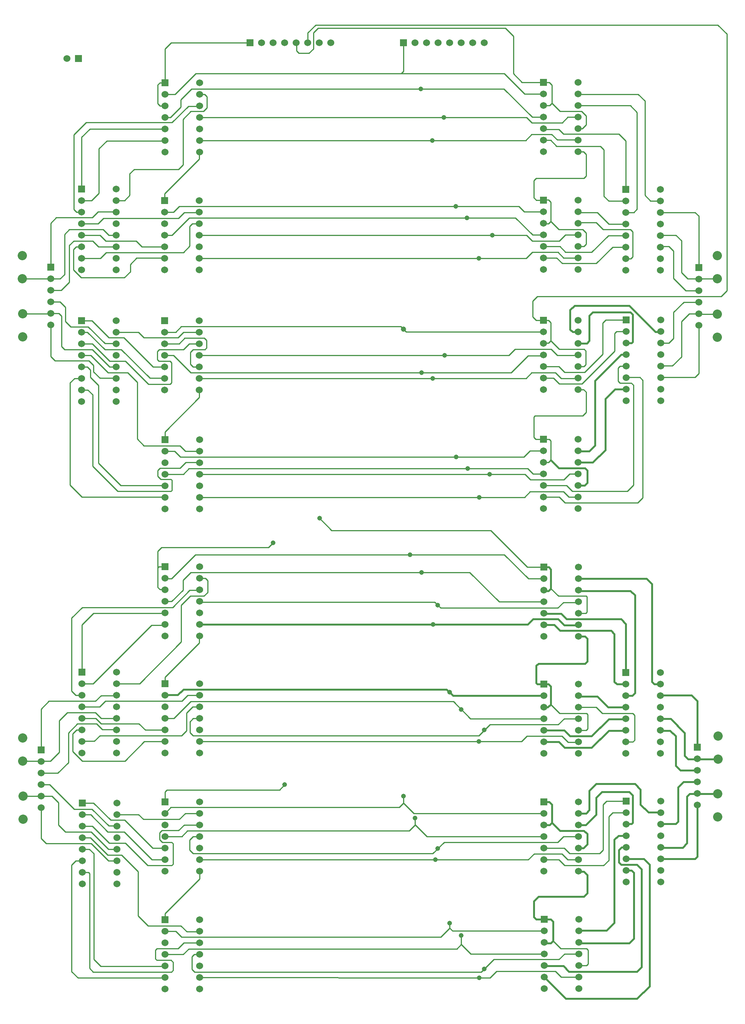
<source format=gbr>
G04 start of page 3 for group 1 idx 1 *
G04 Title: Generador de valores, bottom *
G04 Creator: pcb 20110918 *
G04 CreationDate: mié 22 feb 2012 14:39:15 GMT UTC *
G04 For: jegc *
G04 Format: Gerber/RS-274X *
G04 PCB-Dimensions: 629921 866142 *
G04 PCB-Coordinate-Origin: lower left *
%MOIN*%
%FSLAX25Y25*%
%LNBOTTOM*%
%ADD31C,0.0350*%
%ADD30C,0.0280*%
%ADD29C,0.0200*%
%ADD28C,0.0460*%
%ADD27C,0.0410*%
%ADD26C,0.0800*%
%ADD25C,0.0600*%
%ADD24C,0.0001*%
%ADD23C,0.0150*%
%ADD22C,0.0100*%
G54D22*X70866Y687402D02*X75984Y692520D01*
X61772Y702276D02*X70386D01*
X133835Y702307D02*Y708244D01*
X91528Y692520D02*X75984D01*
X70386Y702276D02*X76772Y708662D01*
Y747048D01*
X91606Y672441D02*X91772Y672276D01*
X91701Y662205D02*X91772Y662276D01*
X109055Y667323D02*X114173Y662205D01*
X133732D02*X114173D01*
X133835Y662307D02*X133732Y662205D01*
X92000Y672048D02*X92126Y671922D01*
X61772Y672276D02*X77724D01*
X82677Y667323D01*
X109055D01*
X85433Y672048D02*X80315Y677166D01*
X92000Y672048D02*X85433D01*
X61772Y682276D02*X75976D01*
X80709Y687008D01*
X133772Y764173D02*X68898D01*
X133858Y764260D02*X133772Y764173D01*
X76772Y747048D02*X83661Y753937D01*
X133535D02*X83661D01*
X133858Y754260D02*X133535Y753937D01*
X149606Y733268D02*Y772638D01*
X65748Y769685D02*X140157D01*
X91772Y692276D02*X91528Y692520D01*
X91772Y702276D02*X98929D01*
X103346Y706693D01*
Y725394D01*
X133780Y652362D02*X109449D01*
X133835Y652307D02*X133780Y652362D01*
X82998Y657237D02*X149867D01*
X155452Y662822D01*
X80709Y687008D02*X145669D01*
X141472Y692307D02*X133835D01*
X146229Y697064D02*X141472Y692307D01*
X103346Y725394D02*X107283Y729331D01*
X145669D01*
X149606Y733268D01*
X145669Y687008D02*X150591Y691929D01*
X139954Y672307D02*X133835D01*
X154922Y687275D02*X139954Y672307D01*
X163457Y691929D02*X150591D01*
X163835Y692307D02*X163457Y691929D01*
X155452Y662822D02*Y679723D01*
X157803Y682074D01*
X163602D02*X157803D01*
X163835Y682307D02*X163602Y682074D01*
X133858Y702331D02*X133835Y702307D01*
Y708244D02*X163780Y738189D01*
Y744181D02*Y738189D01*
X163858Y744260D02*X163780Y744181D01*
X34882Y604331D02*X10827D01*
X34795Y634481D02*X10394D01*
X34913Y634362D02*X34795Y634481D01*
X34913Y624362D02*X44047D01*
X51181Y631496D01*
X34913Y634362D02*X43024D01*
X34913Y604362D02*X42038D01*
X34913Y644362D02*Y682551D01*
X39764Y687402D01*
X46850Y638189D02*Y672835D01*
X61772Y662276D02*X57157D01*
X54724Y659843D01*
Y642126D01*
X61417Y635433D01*
X51181Y631496D02*Y663386D01*
X61417Y635433D02*X98819D01*
X43024Y634362D02*X46850Y638189D01*
X98819Y635433D02*X103937Y640551D01*
Y646851D01*
X109449Y652362D01*
X91701Y662205D02*X76378D01*
X91701D02*X91913Y662418D01*
X78037Y652276D02*X82998Y657237D01*
X61772Y652276D02*X78037D01*
X51181Y663386D02*X55118Y667323D01*
X71260D01*
X46850Y672835D02*X51181Y677166D01*
X80315D01*
X61772Y712276D02*Y757048D01*
X68898Y764173D01*
X55118Y759055D02*X65748Y769685D01*
X39764Y687402D02*X70866D01*
X76378Y662205D02*X71260Y667323D01*
X61772Y692276D02*X57331D01*
X55118Y694488D01*
Y759055D01*
X133858Y804260D02*Y833465D01*
X139370Y838977D01*
X207709D02*X139370D01*
X207717Y838969D02*X207709Y838977D01*
X163063Y783465D02*X163858Y784260D01*
X163669Y784449D02*X163858Y784260D01*
X163457Y783859D02*X154331D01*
X163858Y784260D02*X163457Y783859D01*
X149606Y772638D02*X156496Y779528D01*
X140157Y769685D02*X154331Y783859D01*
X133858Y774260D02*X138770D01*
X147706Y783197D01*
X156496Y779528D02*X167323D01*
X170276Y782481D01*
Y792323D01*
X168307Y794292D01*
X163890D02*X168307D01*
X163858Y794260D02*X163890Y794292D01*
X133858Y784260D02*X129520D01*
X127559Y786221D01*
Y802362D01*
X129528Y804331D02*X127559Y802362D01*
X133858Y804331D02*X129528D01*
X133858Y794260D02*X142806D01*
X147706Y789511D02*Y783197D01*
X157179Y798984D02*X147706Y789511D01*
X142806Y794260D02*X160610Y812064D01*
X366110Y548260D02*X163819D01*
X156496Y553150D02*X434055D01*
X163819Y568260D02*X431886D01*
X338492Y593024D02*X148181D01*
X338492D02*X342850Y588666D01*
X149982Y573038D02*X155028Y578083D01*
X163642D02*X155028D01*
X163819Y578260D02*X163642Y578083D01*
X163835Y652307D02*X447179D01*
X163835Y672307D02*X447393D01*
X154922Y687275D02*X437761D01*
X146229Y697064D02*X440737D01*
X445282Y692519D02*X440737Y697064D01*
X163858Y754260D02*X446562D01*
X163858Y774260D02*X447245D01*
X157179Y798984D02*X427759D01*
X160610Y812064D02*X427911D01*
X338671D02*X340764Y814157D01*
X163819Y538260D02*X163780Y538221D01*
Y531890D02*Y538221D01*
X133858Y501969D02*X163780Y531890D01*
X133819Y548260D02*X133654Y548425D01*
X133858Y495339D02*Y501969D01*
X119708Y543137D02*X138489D01*
X139704Y544352D01*
X110034Y544913D02*Y495753D01*
X115803Y489984D01*
X163606Y475591D02*X163858Y475339D01*
X163386Y558268D02*X163606Y558048D01*
X163727Y558168D02*X158272D01*
X163827Y558268D02*X163727Y558168D01*
X163858Y485339D02*X163825Y485306D01*
X163803Y475394D02*X151969D01*
X142377Y485339D02*X133858D01*
X115803Y489984D02*X147057D01*
X151735Y485306D01*
X163825D02*X151735D01*
X147483Y480233D02*X142377Y485339D01*
X133685Y455512D02*X95669D01*
X92913Y450394D02*X136614D01*
X136766D02*X139092D01*
X139896Y451199D01*
X130512Y460827D02*X127756Y463583D01*
Y468504D01*
X129724Y470473D01*
X133528Y445670D02*X133858Y445339D01*
X133724Y445473D01*
X129724Y470473D02*X147047D01*
X151969Y475394D02*X147047Y470473D01*
X154730Y470193D02*X149876Y465339D01*
X133724Y445473D02*X62008D01*
X133858Y455339D02*X133685Y455512D01*
X136024Y460827D02*X130512D01*
X139896Y451199D02*Y460068D01*
X139074Y460891D01*
X136017D01*
X135953Y460827D01*
X91583Y558087D02*X86163D01*
X84726Y553125D02*X101822D01*
X110034Y544913D01*
X223622Y401969D02*X131102D01*
X227559Y405906D02*X223622Y401969D01*
X47638Y597638D02*X52362Y592914D01*
X51772Y544488D02*Y455709D01*
X62008Y445473D01*
X76378Y542126D02*Y474803D01*
X95669Y455512D01*
X71260Y534055D02*Y472048D01*
X92913Y450394D01*
X69576Y568276D02*X84726Y553125D01*
X61772Y588276D02*X66843D01*
X61772Y578276D02*X71114D01*
X61772Y568276D02*X69576D01*
X71026Y573225D02*X86163Y558087D01*
X91772Y558276D02*X91583Y558087D01*
X71114Y578276D02*X86070Y563320D01*
X61772Y538276D02*X67039D01*
X71260Y534055D01*
X61772Y548276D02*X55559D01*
X51772Y544488D01*
X67323Y592914D02*X81890Y578347D01*
X66843Y588276D02*X81890Y573229D01*
X91701Y578347D02*X81890D01*
X91772Y578276D02*X91701Y578347D01*
X85433Y583465D02*X98425D01*
X81890Y573229D02*X96063D01*
X38583Y563386D02*X68110D01*
X72047Y559449D01*
X44302Y575934D02*X47012Y573225D01*
X71026D01*
X70622Y598276D02*X85433Y583465D01*
X61772Y558276D02*X66528D01*
X69291Y555512D01*
X91386Y558662D02*X91772Y558276D01*
X91622Y548425D02*X77559D01*
X91772Y548276D02*X91622Y548425D01*
X96063Y573229D02*X120866Y548425D01*
X72047Y559449D02*Y553937D01*
X77559Y548425D01*
X69291Y555512D02*Y549213D01*
X76378Y542126D01*
X86070Y563320D02*X99525D01*
X119708Y543137D01*
X34913Y594362D02*Y567055D01*
X38583Y563386D01*
X52362Y592914D02*X67323D01*
X61772Y598276D02*X70622D01*
X34913Y604362D02*X34882Y604331D01*
X34913Y614362D02*X43118D01*
X47638Y609843D01*
Y597638D01*
X42038Y604362D02*X44302Y602097D01*
Y575934D01*
X98425Y583465D02*X123622Y558268D01*
X91772Y588276D02*X110937D01*
X115748Y583465D01*
X133654Y548425D02*X120866D01*
X133811Y558268D02*X123622D01*
X133819Y558260D02*X133811Y558268D01*
X141386Y568260D02*X133819D01*
X139704Y561825D02*X138396Y563133D01*
X128678D01*
X127370Y564441D01*
X139704Y544352D02*Y561825D01*
X115748Y583465D02*X145276D01*
X150000Y588189D01*
X133819Y588260D02*X143417D01*
X148181Y593024D02*X143417Y588260D01*
X127370Y564441D02*Y571449D01*
X128958Y573038D01*
X133819Y578260D02*X146192D01*
X151096Y583165D01*
X128958Y573038D02*X149982D01*
X163748Y588189D02*X150000D01*
X163819Y588260D02*X163748Y588189D01*
X151096Y583165D02*X168140D01*
X170173Y581132D01*
Y574733D01*
X168738Y573298D01*
X158392D01*
X156496Y553150D02*X141386Y568260D01*
X158392Y573298D02*X155940Y570846D01*
Y560500D01*
X158272Y558168D02*X155940Y560500D01*
X340551Y839197D02*X340764Y838985D01*
X350394Y838614D02*X350764Y838985D01*
X361220Y838528D02*X360764Y838985D01*
X429024Y851382D02*X266664D01*
X264696Y854334D02*X613032D01*
X620904Y846462D01*
X371063Y839284D02*X370764Y838985D01*
X370866Y839087D02*X370756Y838977D01*
X370866Y838583D02*X370614Y838835D01*
X340551Y837969D02*X341165Y838583D01*
X350394Y839355D02*X350764Y838985D01*
X380709Y838929D02*X380764Y838985D01*
X380732Y838953D02*X380709Y838929D01*
X390551Y838772D02*X390764Y838985D01*
X400787Y838961D02*X400764Y838985D01*
X411024Y839244D02*X410236Y838457D01*
X247968Y839220D02*X247717Y838969D01*
X266664Y851382D02*X262728Y847446D01*
Y833670D01*
X247717Y838969D02*X247968Y838718D01*
X257717Y838969D02*Y847355D01*
X262728Y833670D02*X258792Y829734D01*
X340764Y814157D02*Y838985D01*
X258792Y829734D02*X249936D01*
X247968Y831702D01*
Y838718D02*Y831702D01*
X257717Y847355D02*X264696Y854334D01*
X596607Y634386D02*X612559D01*
X596528Y634307D02*X596607Y634386D01*
X596528Y624307D02*X585251D01*
X596772Y634386D02*X586980D01*
X585251Y624307D02*X574656Y634902D01*
X586980Y634386D02*X581544Y639822D01*
X620904Y624078D02*X615984Y619158D01*
X574656Y634902D02*Y658518D01*
X581544Y639822D02*Y667374D01*
X596528Y644307D02*Y688798D01*
X574656Y658518D02*X570720Y662454D01*
X563824D02*X570720D01*
X563664Y672294D02*X576624D01*
X563315Y671945D02*X563664Y672294D01*
X563315Y661945D02*X563824Y662454D01*
X581544Y667374D02*X576624Y672294D01*
X596528Y688798D02*X593352Y691974D01*
X563344D02*X593352D01*
X563315Y691945D02*X563344Y691974D01*
X596528Y614307D02*X583581D01*
X574656Y605382D01*
Y582750D01*
X597047Y603788D02*X612527D01*
X596528Y604307D02*X597047Y603788D01*
X596528Y604307D02*X588341D01*
G54D23*X536280Y611286D02*X558912Y588654D01*
G54D22*X563315Y701945D02*X554845D01*
X550056Y706734D01*
X514445Y705861D02*X518625Y701681D01*
X533051D02*X518625D01*
X533315Y701945D02*X533051Y701681D01*
X543168Y694926D02*Y778566D01*
X533315Y711945D02*Y753979D01*
X527424Y759870D01*
X495611Y764465D02*X498888Y767742D01*
X492063Y754465D02*X491840Y754688D01*
X492063Y774465D02*X491988Y774390D01*
X498888Y767742D02*Y775614D01*
X496920Y721494D02*X498888Y723462D01*
Y742158D02*Y723462D01*
X496581Y744465D02*X498888Y742158D01*
X511291Y749321D02*X514445Y746167D01*
Y705861D01*
X550056Y706734D02*Y788406D01*
X544152Y794310D01*
X492218D02*X544152D01*
X543168Y778566D02*X537264Y784470D01*
X492063Y794465D02*X492218Y794310D01*
X492068Y784470D02*X537264D01*
X492063Y784465D02*X492068Y784470D01*
X498888Y775614D02*X494952Y779550D01*
X476256D02*X494952D01*
X478282Y769552D02*X483120Y774390D01*
X491988D02*X483120D01*
X527424Y759870D02*X479208D01*
X492063Y764465D02*X495611D01*
X479208Y759870D02*X475272Y763806D01*
X462722D02*X475272D01*
X469094Y759508D02*X473914Y754688D01*
X447245Y774260D02*X451953Y769552D01*
X478282D01*
X469368Y786438D02*X467400Y784470D01*
X462068D02*X467400D01*
X462063Y784465D02*X462068Y784470D01*
X469368Y786438D02*X476256Y779550D01*
X446562Y754260D02*X451811Y759508D01*
X469094D01*
X462063Y754465D02*X468187D01*
X462063Y764465D02*X462722Y763806D01*
X462480Y702976D02*X462079Y702575D01*
X462200Y662454D02*X462079Y662575D01*
X462480Y702798D02*X466416D01*
X462079Y702575D02*X455815D01*
X453624Y704766D01*
Y719526D01*
X455592Y721494D01*
X468384Y700830D02*X466416Y702798D01*
X468384Y684102D02*Y700830D01*
Y684102D02*X466416Y682134D01*
X462520D02*X466416D01*
X462079Y682575D02*X462520Y682134D01*
X468384Y684102D02*X475272Y677214D01*
X468187Y754465D02*X473331Y749321D01*
X461740Y692519D02*X445282D01*
X461740D02*X461881Y692377D01*
X455592Y721494D02*X496920D01*
X492063Y744465D02*X496581D01*
X467085Y804465D02*X469368Y802182D01*
Y786438D02*Y802182D01*
X462063Y804465D02*X467085D01*
X462165D02*X443469D01*
X427911Y812064D02*X445627Y794348D01*
X462063Y794465D02*X461946Y794348D01*
X443469Y804465D02*X435912Y812022D01*
Y844494D01*
X429024Y851382D01*
X427759Y798984D02*X452188Y774555D01*
X461973D02*X452188D01*
X462063Y774465D02*X461973Y774555D01*
X461946Y794348D02*X445627D01*
X539232Y653598D02*Y675246D01*
X537264Y677214D01*
X513648D01*
X533315Y661945D02*X521995D01*
X533315Y671945D02*X518219D01*
X521995Y661945D02*X507744Y647694D01*
X518219Y671945D02*X503808Y657534D01*
X513648Y677214D02*X507744Y683118D01*
X492622D02*X507744D01*
X497041Y662575D02*X498888Y664422D01*
Y674262D01*
X495936Y677214D01*
G54D23*X504792Y605382D02*X537264D01*
X539232Y603414D01*
X563252Y588654D02*X558912D01*
X563535Y588937D02*X563252Y588654D01*
G54D22*X461941Y588666D02*X342850D01*
X462126Y588481D02*X461941Y588666D01*
X533497Y588975D02*X525314D01*
X533535Y588937D02*X533497Y588975D01*
X533315Y651945D02*X537579D01*
X447179Y652307D02*X452299Y657427D01*
X474572D01*
X479463Y652536D01*
X492040D02*X479463D01*
X492079Y652575D02*X492040Y652536D01*
X537579Y651945D02*X539232Y653598D01*
X447393Y672307D02*X452359Y667341D01*
X437761Y687275D02*X452579Y672457D01*
X461961D02*X452579D01*
X452359Y667341D02*X475835D01*
X481103Y672608D01*
X492046D02*X481103D01*
X492079Y672575D02*X492046Y672608D01*
X462079Y672575D02*X461961Y672457D01*
X395712Y687275D02*X392902D01*
X477362Y548229D02*X491874D01*
G54D23*X462126Y568481D02*X461559Y567914D01*
G54D22*X468756Y573654D02*X474083Y568327D01*
X491972D02*X474083D01*
X475785Y573397D02*X497189D01*
X468384Y580797D02*X475785Y573397D01*
X492126Y568481D02*X491972Y568327D01*
X492126Y558481D02*X497130D01*
X498777Y560128D01*
Y571808D01*
X497189Y573397D01*
X526691Y557213D02*X528466Y558988D01*
X533484D02*X528466D01*
X497670Y553490D02*X513335Y569155D01*
Y596300D01*
X515980Y598944D01*
X366142Y548229D02*X366110Y548260D01*
X366142Y548229D02*X446850D01*
X434055Y553150D02*X448819Y567914D01*
X461559D02*X448819D01*
X431886Y568260D02*X437280Y573654D01*
X468756D01*
X462126Y558481D02*X475372D01*
X480363Y553490D01*
X533535Y558937D02*X533484Y558988D01*
X523654Y571929D02*Y587315D01*
X525314Y588975D01*
X533665Y549067D02*X545533D01*
X533535Y548937D02*X533665Y549067D01*
X446850Y548229D02*X451772Y553150D01*
X472441D01*
X477362Y548229D01*
X462126Y548481D02*X470716D01*
X480363Y553490D02*X497670D01*
X533315Y681945D02*X518757D01*
X508728Y691974D01*
X533315Y691945D02*X540187D01*
X543168Y694926D01*
X533528Y598944D02*X515980D01*
X533535Y598937D02*X533528Y598944D01*
X492680Y691974D02*X508728D01*
X492079Y692575D02*X492680Y691974D01*
X492079Y682575D02*X492622Y683118D01*
X461865Y692361D02*X462079Y692575D01*
X507744Y647694D02*X478224D01*
X615984Y619158D02*X456576D01*
X478224Y647694D02*X473304Y652614D01*
X503808Y657534D02*X481176D01*
X476256Y662454D01*
X492079Y662575D02*X497041D01*
X475272Y677214D02*X495936D01*
X491840Y754688D02*X473914D01*
X473331Y749321D02*X511291D01*
X462118Y652614D02*X473304D01*
X462079Y652575D02*X462118Y652614D01*
X476256Y662454D02*X462200D01*
X456576Y619158D02*X452640Y615222D01*
Y601446D01*
X455592Y598494D01*
X462113D02*X455592D01*
X462126Y598481D02*X462113Y598494D01*
X620904Y846462D02*Y624078D01*
X26527Y186551D02*X10890D01*
X26283Y216796D02*X10528D01*
X26559Y216520D02*X26283Y216796D01*
X26559Y186520D02*X26527Y186551D01*
X26559Y226520D02*Y261796D01*
X26575Y216796D02*X34709D01*
X42323Y224410D01*
X26559Y261796D02*X33465Y268701D01*
X42323Y224410D02*Y251969D01*
X49213Y258859D01*
X33465Y268701D02*X73819D01*
X49213Y258859D02*X73819D01*
X61913Y264008D02*X77369D01*
X61913Y244008D02*X57394D01*
X72835Y234252D02*X77559Y238977D01*
X62157Y234252D02*X72835D01*
X57394Y244008D02*X53937Y240551D01*
Y225197D01*
X62205Y216929D01*
X61913Y294008D02*Y334748D01*
X72047Y344882D01*
X53150Y277559D02*Y340945D01*
X73819Y268701D02*X78740Y273622D01*
X91527D02*X78740D01*
X91913Y274008D02*X91527Y273622D01*
X50197Y241142D02*X58071Y249016D01*
X61913Y284008D02*X71803D01*
X61913Y274008D02*X56701D01*
X53150Y277559D01*
X61913Y254008D02*X73945D01*
X58071Y249016D02*X74803D01*
X79724Y244095D01*
X91826D02*X79724D01*
X91913Y244008D02*X91826Y244095D01*
X73819Y258859D02*X78740Y253937D01*
X91842D02*X78740D01*
X91913Y254008D02*X91842Y253937D01*
X73945Y254008D02*X78740Y249213D01*
X77369Y264008D02*X82280Y268919D01*
X26559Y206520D02*X41165D01*
X26559Y196520D02*X34141D01*
X55413Y175248D01*
X26559Y186520D02*X35888D01*
X41658Y180750D01*
X41165Y206520D02*X50197Y215551D01*
Y241142D01*
X41658Y180750D02*Y161493D01*
X47553Y155598D01*
X55413Y175248D02*X70740D01*
X62417Y180567D02*X72102D01*
X62417Y170567D02*X69526D01*
X26559Y176520D02*Y149868D01*
X31047Y145380D01*
X69954D01*
X47553Y155598D02*X69954D01*
X62417Y150567D02*X69483D01*
X72102Y180567D02*X86853Y165816D01*
X69526Y170567D02*X84495Y155598D01*
X62417Y160567D02*X70880D01*
X85674Y145773D01*
X71803Y284008D02*X122441Y334646D01*
X133520D02*X122441D01*
X91913Y284008D02*X111960D01*
X133756Y344882D02*X72047D01*
X133953Y345079D02*X133756Y344882D01*
X133953Y335079D02*X133520Y334646D01*
X53150Y340945D02*X62205Y350000D01*
X140551D01*
X111960Y284008D02*X148031Y320079D01*
X133858Y283780D02*Y289370D01*
X163780Y319292D01*
Y324906D02*Y319292D01*
X128780Y385079D02*X133953D01*
X156299Y380315D02*X149606Y373622D01*
Y364961D01*
X160433Y395670D02*X139764Y375000D01*
X134032D02*X139764D01*
X133953Y375079D02*X134032Y375000D01*
X127559Y383859D02*X128780Y385079D01*
X127559Y367323D02*Y398425D01*
X131102Y401969D01*
X129528Y365355D02*X127559Y367323D01*
X133677Y365355D02*X129528D01*
X134307Y354725D02*X133953Y355079D01*
X139764Y355118D02*X149606Y364961D01*
X135378Y355118D02*X139764D01*
X135378D02*X134646Y354386D01*
X78740Y249213D02*X111417D01*
X116929Y243701D01*
X133779D02*X116929D01*
X133858Y243780D02*X133779Y243701D01*
X62205Y216929D02*X99213D01*
X116142Y233859D01*
X133779D02*X116142D01*
X133858Y233780D02*X133779Y233859D01*
X133858Y253780D02*X141575D01*
X148425Y238977D02*X77559D01*
X140551Y350000D02*X155512Y364961D01*
X148031Y320079D02*Y351969D01*
X155906Y359843D01*
X163835Y364961D02*X155512D01*
X163953Y365079D02*X163835Y364961D01*
X155906Y359843D02*X167717D01*
X170866Y362992D01*
Y373229D01*
X168898Y375197D01*
X164071D02*X168898D01*
X163953Y375079D02*X164071Y375197D01*
X163914Y355118D02*X163953Y355079D01*
X163992Y335040D02*X163953Y335079D01*
Y325079D02*X163780Y324906D01*
X163858Y273780D02*X163622Y274016D01*
X163464Y263386D02*X163858Y263780D01*
X157874D01*
X153552Y273802D02*X163836D01*
X163858Y273780D01*
X157874Y263780D02*X152756Y258662D01*
X156299Y268504D02*X141575Y253780D01*
X148669Y268919D02*X153552Y273802D01*
X134016Y273622D02*X133858Y273780D01*
G54D23*X145079Y274016D02*X150000Y278937D01*
X134055Y274016D02*X145079D01*
X134055D02*X133839Y273799D01*
G54D22*X82280Y268919D02*X148669D01*
X158465Y238780D02*X155709Y241536D01*
X152756Y258662D02*Y243307D01*
X148425Y238977D01*
X163858Y253780D02*X158504D01*
X155709Y250985D01*
Y241536D01*
X164101Y19292D02*X164031Y19362D01*
X133721Y29052D02*X58557D01*
X134031Y29362D02*X133721Y29052D01*
X164031Y29362D02*X406496Y29331D01*
X133939Y39270D02*X78207D01*
X71833Y34313D02*X139576D01*
X141165Y35901D01*
X134031Y39362D02*X133939Y39270D01*
X68656Y37490D02*X71833Y34313D01*
X53055Y126909D02*Y34554D01*
X58557Y29052D01*
X72312Y136734D02*Y45165D01*
X78207Y39270D01*
X62417Y120567D02*X67618D01*
X68656Y119530D01*
Y37490D01*
X147768Y74247D02*X152877Y69138D01*
X163807D02*X152877D01*
X164031Y69362D02*X163807Y69138D01*
X163982Y59313D02*X164031Y59362D01*
X163687Y59706D02*X164031Y59362D01*
Y49362D02*X159401D01*
X157480Y47441D01*
X150228Y59355D02*X164024D01*
X164031Y59362D01*
X157480Y47441D02*Y36614D01*
X141165Y35901D02*Y42629D01*
X139389Y44404D01*
X134031Y49362D02*X149559D01*
X139389Y44404D02*X127055D01*
X125841Y45619D01*
Y53281D01*
X127149Y54589D01*
X145463D01*
X149559Y49362D02*X154528Y54331D01*
X145463Y54589D02*X150228Y59355D01*
X134031Y69362D02*X143315D01*
X148228Y64449D01*
X159843Y34252D02*X157480Y36614D01*
X408071Y34252D02*X159843D01*
X415748Y29331D02*X421260Y34843D01*
X407087Y29331D02*X415748D01*
X407087D03*
X387008Y54331D02*X154528D01*
X373031Y64449D02*X148228D01*
X448819Y131496D02*X163882D01*
X163858Y131520D01*
X135852Y126516D02*X139789D01*
X140874Y127601D01*
X418898Y45079D02*X475394D01*
X472244Y34843D02*X421260D01*
X399118Y49701D02*X462598D01*
X470414Y61292D02*X477056Y54649D01*
X408071Y34252D02*X418898Y45079D01*
X390748Y58071D02*X399118Y49701D01*
X390748Y65707D02*Y58071D01*
Y65707D03*
Y58071D02*X387008Y54331D01*
X380709Y76156D02*Y72244D01*
X380768Y72185D02*X373031Y64449D01*
X462598Y69701D02*X383252D01*
X380709Y72244D02*X383252Y69701D01*
X448819Y131496D02*X453937Y136614D01*
X462362Y131528D02*X475243D01*
X99036Y165816D02*X123402Y141450D01*
X98643Y155598D02*X122616Y131625D01*
X111126Y170567D02*X115308Y166384D01*
X129297Y148917D02*Y154812D01*
X131262Y156777D01*
X140874Y145410D02*X139751Y146533D01*
X135603D01*
X135577Y146559D01*
X163858Y161520D02*X163831Y161493D01*
X133858Y171520D02*X139158Y176820D01*
X115308Y166384D02*X146374D01*
X151554Y171564D01*
X163814D02*X151554D01*
X163858Y171520D02*X163814Y171564D01*
X131262Y156777D02*X145803D01*
X150519Y161493D01*
X163831D02*X150519D01*
X148554Y151668D02*X153270Y156384D01*
X134006Y151668D02*X148554D01*
X163858Y151520D02*X158409D01*
X155512Y148622D01*
Y139764D01*
X158465Y136811D02*X155512Y139764D01*
X139158Y176820D02*X334050D01*
X334055D02*X337056D01*
X340748Y180512D02*X337056Y176820D01*
X343482Y156384D02*X153270D01*
X343504D02*X345557D01*
X366142Y136811D02*X158465D01*
X70740Y175248D02*X85281Y160707D01*
X92277D02*X85281D01*
X92417Y160567D02*X92277Y160707D01*
X69954Y155598D02*X84888Y140664D01*
X68479Y140567D02*X72312Y136734D01*
X69483Y150567D02*X84495Y135555D01*
X86853Y165816D02*X99036D01*
X84495Y155598D02*X98643D01*
X85674Y145773D02*X99822D01*
X92417Y170567D02*X111126D01*
X62417Y130567D02*X56713D01*
X62417Y140567D02*X68479D01*
X56713Y130567D02*X53055Y126909D01*
X92320Y140664D02*X84888D01*
X92417Y140567D02*X92320Y140664D01*
X69954Y145380D02*X84888Y130446D01*
X84495Y135555D02*X96285D01*
X92296Y130446D02*X84888D01*
X92417Y130567D02*X92296Y130446D01*
X96285Y135555D02*X110826Y121014D01*
X99822Y145773D02*X119079Y126516D01*
X133788Y141450D02*X123402D01*
X133858Y141520D02*X133788Y141450D01*
X133753Y131625D02*X122616D01*
X135585Y146559D02*X131655D01*
X129297Y148917D01*
X140874Y127601D02*Y145410D01*
X133858Y131520D02*X133753Y131625D01*
X119079Y126516D02*X135585D01*
X110826Y121014D02*Y82893D01*
X119472Y74247D01*
X147768D01*
X134031Y79362D02*Y84876D01*
X163881Y114726D01*
Y121497D02*Y114726D01*
X163858Y121520D02*X163881Y121497D01*
X462362Y151528D02*X362948D01*
X349535Y171528D02*X462362D01*
X366142Y136811D02*X375984Y146654D01*
X361071Y151528D02*X362795D01*
X350787Y161811D02*X361071Y151528D01*
X375984Y146654D02*X474409D01*
X350787Y161614D02*X345557Y156384D01*
X350787Y167520D02*Y161614D01*
X340748Y186614D02*Y180512D01*
X340650Y180414D02*X349535Y171528D01*
X133858Y181520D02*Y190276D01*
X135557Y191974D01*
X233230D01*
X237715Y196459D01*
X405906Y238780D02*X158465D01*
X163858Y233780D02*X443032D01*
X447835Y238583D01*
X478150D01*
X383858Y268504D02*X156299D01*
G54D23*X378150Y278937D02*X150000D01*
X163953Y335079D02*X448268D01*
G54D22*X164370Y354662D02*X367779D01*
X468308Y265826D02*X475861Y258273D01*
X405906Y238780D02*X415551Y248425D01*
X474803D01*
X383858Y268504D02*X398819Y253544D01*
X462110D02*X398819D01*
X462299Y253355D02*X462110Y253544D01*
G54D23*X462299Y263355D02*X465837D01*
X462299Y273355D02*X383732D01*
X378150Y278937D01*
X448268Y335079D02*X453150Y339961D01*
X474803D01*
G54D22*X367779Y354662D02*X373031Y349410D01*
X474409D01*
X428150Y395670D02*X449102Y374717D01*
X462236Y384717D02*X448029D01*
X468384Y366250D02*X474882Y359752D01*
X398031Y380315D02*X156299D01*
X428150Y395670D02*X160433D01*
X278473Y416460D02*X416287D01*
X149876Y465339D02*X133858D01*
X448029Y384717D02*X416287Y416460D01*
X163858Y445339D02*X445697D01*
X163858Y465339D02*X446009D01*
X154730Y470193D02*X448189D01*
X147483Y480233D02*X445052D01*
X267892Y427041D02*X278473Y416460D01*
X423630Y354717D02*X462236D01*
X449102Y374717D02*X462236D01*
X398031Y380315D02*X423630Y354717D01*
X445697Y445339D02*X450500Y450142D01*
X479500D01*
X462173Y445433D02*X475734D01*
X450734Y460615D02*X479769D01*
X446009Y465339D02*X450734Y460615D01*
X448189Y470193D02*X452855Y465528D01*
X462078D02*X452855D01*
X462173Y465433D02*X462078Y465528D01*
X445052Y480233D02*X450361Y485541D01*
X462065D02*X450361D01*
X462173Y485433D02*X462065Y485541D01*
X574656Y582750D02*X570720Y578814D01*
X563658D02*X570720D01*
X563535Y578937D02*X563658Y578814D01*
X563732Y559134D02*X573672D01*
X563535Y558937D02*X563732Y559134D01*
X588341Y604307D02*X581544Y597510D01*
Y567006D01*
X596528Y594307D02*Y552470D01*
X581544Y567006D02*X573672Y559134D01*
X596528Y552470D02*X593352Y549294D01*
X563892D02*X593352D01*
X563535Y548937D02*X563892Y549294D01*
G54D23*X533079Y578481D02*X533535Y578937D01*
X501840Y580782D02*Y602430D01*
X504792Y605382D01*
X539232Y603414D02*Y579798D01*
X533412Y578814D02*X538248D01*
X533535Y568937D02*X529355D01*
X489048Y611286D02*X536280D01*
G54D22*X492582Y578937D02*X492126Y578481D01*
G54D23*X492230Y578584D02*X499642D01*
X501840Y580782D01*
G54D22*X462126Y598481D02*X466429D01*
X468384Y596526D01*
Y580782D01*
X466416Y578814D01*
X462459D02*X466416D01*
X462126Y578481D02*X462459Y578814D01*
G54D23*X492299Y588654D02*X492126Y588481D01*
X492150Y588504D02*X487230D01*
X485112Y590622D01*
Y607350D01*
X489048Y611286D01*
X538248Y578814D02*X539232Y579798D01*
G54D22*X539863Y542359D02*X538091Y544132D01*
G54D23*X533535Y538937D02*X523955D01*
X515616Y530598D01*
G54D22*X538091Y544132D02*X528279D01*
X526691Y545720D01*
G54D23*X529355Y568937D02*X506760Y546342D01*
G54D22*X491874Y548229D02*X492126Y548481D01*
X526691Y545720D02*Y557213D01*
X495272Y543547D02*X523654Y571929D01*
X548173Y546427D02*X545533Y549067D01*
X470716Y548481D02*X475650Y543547D01*
X495272D01*
G54D23*X533441Y273402D02*X538860D01*
X533441Y263402D02*X518116D01*
X508728Y272790D01*
X538860Y273402D02*X541200Y275742D01*
Y360366D01*
X533441Y293402D02*Y335653D01*
X529392Y339702D01*
X523488Y285582D02*Y326910D01*
X520536Y329862D01*
X555960Y370206D02*Y285582D01*
X557928Y283614D01*
X563229D02*X557928D01*
X563441Y283402D02*X563229Y283614D01*
X533441Y283402D02*X525668D01*
X523488Y285582D01*
X541200Y360366D02*X537264Y364302D01*
X492651D02*X537264D01*
X492236Y374717D02*X551449D01*
X555960Y370206D01*
X465837Y263355D02*X468384Y265902D01*
X492864Y272790D02*X508728D01*
X492299Y273355D02*X492864Y272790D01*
G54D22*X492299Y263355D02*X507842D01*
G54D23*X468384Y265902D02*Y281646D01*
X466416Y283614D01*
X462558D02*X466416D01*
X462299Y283355D02*X462558Y283614D01*
X462299Y283355D02*X456835D01*
X455592Y284598D01*
Y299358D01*
X457560Y301326D01*
X497904D01*
X499872Y303294D01*
Y322974D01*
X497904Y324942D02*X499872Y322974D01*
X492236Y324717D02*X497679D01*
X497904Y324942D01*
X462331Y344622D02*X477240D01*
X462236Y344717D02*X462331Y344622D01*
X476256Y329862D02*X471336Y334782D01*
X462301D02*X471336D01*
X462236Y334717D02*X462301Y334782D01*
X462236Y384717D02*X466665D01*
X468384Y382998D01*
Y366270D01*
X466416Y364302D01*
X462651D02*X466416D01*
X462236Y364717D02*X462651Y364302D01*
X492236Y364717D02*X492651Y364302D01*
G54D22*X474409Y349410D02*X479331Y354331D01*
X491850D02*X479331D01*
G54D23*X474803Y339961D02*X480118Y334646D01*
X482160Y339702D02*X477240Y344622D01*
G54D22*X492236Y354717D02*X491850Y354331D01*
X499591Y345736D02*Y359168D01*
X499007Y359752D01*
X474882D02*X499007D01*
G54D23*X520536Y329862D02*X476256D01*
X492165Y334646D02*X480118D01*
X492236Y334717D02*X492165Y334646D01*
X529392Y339702D02*X482160D01*
G54D22*X492236Y344717D02*X498571D01*
X499591Y345736D01*
X462173Y495433D02*X467141D01*
X462221D02*X455333D01*
X453624Y497142D01*
Y514854D01*
X454608Y515838D01*
X468384Y494190D02*X467141Y495433D01*
X492137Y538470D02*X492126Y538481D01*
X454608Y515838D02*X495936D01*
X498888Y518790D01*
X492000Y538607D02*X496783D01*
X498888Y536502D01*
X468384Y477462D02*Y494190D01*
Y477462D02*X466416Y475494D01*
X462234D02*X466416D01*
X462173Y475433D02*X462234Y475494D01*
G54D23*X462776Y454830D02*X462173Y455433D01*
X468384Y477462D02*X475272Y470574D01*
G54D22*X462173Y455433D02*X481887D01*
X475734Y445433D02*X480793Y440374D01*
X498888Y536502D02*Y518790D01*
G54D23*X515616Y530598D02*Y486318D01*
X506760Y546342D02*Y490254D01*
X501840Y485334D02*X506760Y490254D01*
X515616Y486318D02*X504792Y475494D01*
X492272Y485334D02*X492173Y485433D01*
X492272Y485334D02*X501840D01*
X492272D02*X492000Y485606D01*
G54D22*X539863Y455715D02*Y542359D01*
X548173Y444847D02*Y546427D01*
G54D23*X492234Y475494D02*X504792D01*
X492173Y475433D02*X492234Y475494D01*
X499872Y468606D02*X497904Y470574D01*
X475272D02*X497904D01*
X492173Y455433D02*X497523D01*
X499872Y457782D01*
Y468606D01*
G54D22*X492173Y465433D02*X492152Y465454D01*
X479500Y450142D02*X484000Y445642D01*
X491964D02*X484000D01*
X492173Y445433D02*X491964Y445642D01*
X479769Y460615D02*X484608Y465454D01*
X492152D02*X484608D01*
X481887Y455433D02*X486882Y450439D01*
X534587D01*
X480793Y440374D02*X543700D01*
X548173Y444847D01*
X534587Y450439D02*X539863Y455715D01*
G54D23*X595787Y218504D02*X613189D01*
X595472Y218819D02*X595787Y218504D01*
X595472Y208819D02*X580571D01*
X576624Y212766D01*
X584496Y221622D02*X587448Y218670D01*
X595323D02*X587448D01*
X595472Y218819D02*X595323Y218670D01*
X595472Y268702D02*X590400Y273774D01*
X563813D02*X590400D01*
X563441Y273402D02*X563813Y273774D01*
X576624Y238350D02*X571704Y243270D01*
X563573D02*X571704D01*
X563441Y243402D02*X563573Y243270D01*
X563441Y253402D02*X572396D01*
X584496Y241302D01*
X595472Y228819D02*Y268702D01*
X576624Y212766D02*Y238350D01*
X584496Y241302D02*Y221622D01*
X595747Y188544D02*X595472Y188819D01*
X612851Y188544D02*X588810D01*
X586464Y186198D01*
X595472Y178819D02*Y134198D01*
X586464Y145854D02*X582528Y141918D01*
X578592Y164550D02*X576624Y162582D01*
X595472Y134198D02*X593352Y132078D01*
X563765D02*X593352D01*
X563630Y132213D02*X563765Y132078D01*
X563925Y141918D02*X582528D01*
X563630Y142213D02*X563925Y141918D01*
X586464Y186198D02*Y145854D01*
X595472Y198819D02*X583341D01*
X578592Y194070D01*
Y164550D01*
X563999Y162582D02*X576624D01*
X563630Y162213D02*X563999Y162582D01*
X563630Y172213D02*X563421Y172422D01*
X462299Y233355D02*X473379D01*
X462299D02*X475347D01*
X480192Y228510D01*
G54D22*X478150Y238583D02*X483465Y233268D01*
G54D23*X462299Y243355D02*X480107D01*
G54D22*X474803Y248425D02*X479921Y253544D01*
X492110D02*X479921D01*
X492299Y253355D02*X492110Y253544D01*
X492212Y233268D02*X483465D01*
X492299Y233355D02*X492212Y233268D01*
G54D23*X480107Y243355D02*X485112Y238350D01*
X503808D02*X518568Y253110D01*
G54D22*X507842Y263355D02*X513062Y258135D01*
G54D23*X480192Y228510D02*X503808D01*
X518568Y243270D01*
X485112Y238350D02*X503808D01*
G54D22*X492299Y243355D02*X498957D01*
X500480Y244878D01*
Y257018D01*
X499224Y258273D01*
X475861D02*X499224D01*
G54D23*X533309Y243270D02*X518568D01*
X533149Y253110D02*X518568D01*
X533441Y253402D02*X533149Y253110D01*
G54D22*X513062Y258135D02*X539449D01*
G54D23*X533441Y243402D02*X533309Y243270D01*
G54D22*X539449Y258135D02*X540944Y256640D01*
Y234830D01*
X539485Y233371D01*
X533472D01*
X533441Y233402D01*
G54D23*X492362Y161528D02*X498818D01*
X507744Y170454D01*
Y185214D01*
X512664Y190134D01*
X492362Y171528D02*X498978D01*
X501840Y174390D01*
Y191118D01*
X499872Y144870D02*Y153726D01*
X496920Y156678D01*
X501840Y191118D02*X507744Y197022D01*
G54D22*X513645Y139806D02*Y179294D01*
G54D23*X512664Y190134D02*X536280D01*
X507744Y197022D02*X541200D01*
X546120Y192102D01*
X536280Y190134D02*X539232Y187182D01*
X546120Y192102D02*Y179310D01*
X539232Y187182D02*Y163566D01*
X538248Y162582D01*
X533999D02*X538248D01*
X533630Y162213D02*X533999Y162582D01*
X546120Y179310D02*X553008Y172422D01*
G54D22*X533630Y182213D02*X533629Y182214D01*
G54D23*X563421Y172422D02*X553008D01*
G54D22*X521907Y172213D02*X533630D01*
X518567Y168873D02*X521907Y172213D01*
X513645Y179294D02*X516565Y182214D01*
X533629D02*X516565D01*
G54D23*X533421Y172422D02*X533630Y172213D01*
X523488Y148806D02*Y76974D01*
G54D22*X518567Y168876D02*Y130952D01*
G54D23*X533630Y132213D02*X548937D01*
G54D22*X518567Y130952D02*X514012Y126397D01*
G54D23*X548937Y132213D02*X553992Y127158D01*
X533630Y122213D02*X538273D01*
X540216Y120270D01*
X527424Y139950D02*Y129126D01*
X529392Y127158D01*
X543168D01*
X496920Y99606D02*X499872Y102558D01*
Y118302D01*
X496920Y121254D02*X499872Y118302D01*
X492636Y121254D02*X496920D01*
X543168Y127158D02*X547104Y123222D01*
G54D22*X510542Y136703D02*X513645Y139806D01*
G54D23*X462752Y141918D02*X462362Y141528D01*
Y181528D02*X467150D01*
X469368Y179310D02*X467150Y181528D01*
X469368Y163566D02*Y179310D01*
Y163566D02*X467400Y161598D01*
X462432D02*X467400D01*
X462362Y161528D02*X462432Y161598D01*
X469368Y163566D02*X476256Y156678D01*
X492362Y141528D02*X496530D01*
X499872Y144870D01*
X476256Y156678D02*X496920D01*
G54D22*X492315Y151575D02*X492362Y151528D01*
X474409Y146654D02*X479331Y151575D01*
X492315D01*
X462362Y141528D02*X479985D01*
G54D23*X533630Y142213D02*X529687D01*
X527424Y139950D01*
X533630Y152213D02*X526895D01*
X523488Y148806D01*
G54D22*X492362Y131528D02*X483039D01*
X477953Y136614D01*
X475243Y131528D02*X480374Y126397D01*
X514012D01*
X479985Y141528D02*X484810Y136703D01*
X510542D01*
G54D23*X540216Y120270D02*Y63198D01*
X553992Y127158D02*Y21870D01*
X547104Y123222D02*Y38598D01*
X553992Y21870D02*X543168Y11046D01*
X481253D02*X543168D01*
X462598Y29701D02*X481253Y11046D01*
G54D22*X492598Y29701D02*X477386D01*
G54D23*X547104Y38598D02*X543168Y34662D01*
X484128D01*
X479208Y39582D01*
X462717D02*X479208D01*
X462598Y39701D02*X462717Y39582D01*
G54D22*X492598Y39701D02*X499304D01*
X477386Y29701D02*X472244Y34843D01*
X499304Y39701D02*X500737Y41134D01*
G54D23*X463037Y59262D02*X468384D01*
X470352Y61230D01*
Y77958D01*
X462598Y59701D02*X463037Y59262D01*
X470352Y77958D02*X468384Y79926D01*
X462823D02*X468384D01*
X462598Y79701D02*X462823Y79926D01*
X462598Y79701D02*X455817D01*
G54D22*X453937Y136614D02*X477953D01*
G54D23*X455817Y79701D02*X453624Y81894D01*
Y95670D01*
X457560Y99606D01*
X496920D01*
X540216Y63198D02*X536280Y59262D01*
X493037D02*X536280D01*
X492598Y59701D02*X493037Y59262D01*
X523488Y76974D02*X516600Y70086D01*
X492983D02*X516600D01*
X492598Y69701D02*X492983Y70086D01*
G54D22*X492504Y49607D02*X492598Y49701D01*
X492807Y49910D02*X480225D01*
X475394Y45079D02*X480225Y49910D01*
X500737Y41134D02*Y53154D01*
X499242Y54649D01*
X477056D02*X499242D01*
G54D24*G36*
X58772Y715276D02*Y709276D01*
X64772D01*
Y715276D01*
X58772D01*
G37*
G54D25*X61772Y702276D03*
Y692276D03*
Y682276D03*
Y672276D03*
Y662276D03*
G54D24*G36*
X56000Y828142D02*Y822142D01*
X62000D01*
Y828142D01*
X56000D01*
G37*
G54D25*X49000Y825142D03*
G54D24*G36*
X130858Y498339D02*Y492339D01*
X136858D01*
Y498339D01*
X130858D01*
G37*
G54D25*X133858Y485339D03*
Y475339D03*
Y465339D03*
Y455339D03*
Y445339D03*
Y435339D03*
X163858D03*
Y445339D03*
Y455339D03*
Y465339D03*
Y475339D03*
X91772Y642276D03*
Y652276D03*
Y662276D03*
Y672276D03*
Y682276D03*
Y692276D03*
Y702276D03*
Y712276D03*
Y528276D03*
Y538276D03*
Y548276D03*
Y558276D03*
Y568276D03*
Y578276D03*
Y588276D03*
Y598276D03*
G54D24*G36*
X31913Y647362D02*Y641362D01*
X37913D01*
Y647362D01*
X31913D01*
G37*
G54D26*X10394Y654481D03*
G54D25*X34913Y634362D03*
G54D26*X10394Y634481D03*
G54D25*X34913Y624362D03*
Y614362D03*
Y604362D03*
Y594362D03*
G54D26*X10827Y604331D03*
Y584331D03*
G54D25*X61772Y652276D03*
Y642276D03*
G54D24*G36*
X58772Y601276D02*Y595276D01*
X64772D01*
Y601276D01*
X58772D01*
G37*
G54D25*X61772Y588276D03*
Y578276D03*
Y568276D03*
Y558276D03*
Y548276D03*
Y538276D03*
Y528276D03*
X163858Y485339D03*
Y495339D03*
X163819Y568260D03*
Y578260D03*
Y588260D03*
Y598260D03*
G54D24*G36*
X130819Y601260D02*Y595260D01*
X136819D01*
Y601260D01*
X130819D01*
G37*
G54D25*X133819Y588260D03*
Y578260D03*
Y568260D03*
Y558260D03*
Y548260D03*
Y538260D03*
X163819D03*
Y548260D03*
Y558260D03*
X163858Y774260D03*
Y784260D03*
Y794260D03*
Y804260D03*
G54D24*G36*
X459126Y601481D02*Y595481D01*
X465126D01*
Y601481D01*
X459126D01*
G37*
G54D25*X462126Y588481D03*
Y578481D03*
Y568481D03*
Y558481D03*
Y548481D03*
Y538481D03*
X462079Y682575D03*
Y672575D03*
Y662575D03*
Y652575D03*
Y642575D03*
G54D24*G36*
X459079Y705575D02*Y699575D01*
X465079D01*
Y705575D01*
X459079D01*
G37*
G54D25*X462079Y692575D03*
G54D24*G36*
X459063Y807465D02*Y801465D01*
X465063D01*
Y807465D01*
X459063D01*
G37*
G54D25*X462063Y794465D03*
Y784465D03*
Y774465D03*
Y764465D03*
Y754465D03*
Y744465D03*
X492079Y642575D03*
Y652575D03*
Y662575D03*
Y672575D03*
Y682575D03*
Y692575D03*
Y702575D03*
X492063Y744465D03*
Y754465D03*
Y764465D03*
Y774465D03*
Y784465D03*
Y794465D03*
Y804465D03*
G54D24*G36*
X530315Y714945D02*Y708945D01*
X536315D01*
Y714945D01*
X530315D01*
G37*
G54D25*X533315Y701945D03*
Y691945D03*
Y681945D03*
Y671945D03*
Y661945D03*
Y651945D03*
Y641945D03*
X237717Y838969D03*
X247717D03*
X257717D03*
X267717D03*
G54D24*G36*
X204717Y841969D02*Y835969D01*
X210717D01*
Y841969D01*
X204717D01*
G37*
G54D25*X217717Y838969D03*
X227717D03*
X277717D03*
G54D24*G36*
X337764Y841985D02*Y835985D01*
X343764D01*
Y841985D01*
X337764D01*
G37*
G54D25*X350764Y838985D03*
X360764D03*
X370764D03*
X380764D03*
X390764D03*
X400764D03*
X410764D03*
G54D24*G36*
X130835Y705307D02*Y699307D01*
X136835D01*
Y705307D01*
X130835D01*
G37*
G54D25*X133835Y692307D03*
Y682307D03*
Y672307D03*
Y662307D03*
Y652307D03*
Y642307D03*
X163835D03*
Y652307D03*
Y662307D03*
Y672307D03*
Y682307D03*
Y692307D03*
Y702307D03*
G54D24*G36*
X130858Y807260D02*Y801260D01*
X136858D01*
Y807260D01*
X130858D01*
G37*
G54D25*X133858Y794260D03*
Y784260D03*
Y774260D03*
Y764260D03*
Y754260D03*
Y744260D03*
X163858D03*
Y754260D03*
Y764260D03*
G54D24*G36*
X592472Y231819D02*Y225819D01*
X598472D01*
Y231819D01*
X592472D01*
G37*
G54D25*X595472Y218819D03*
Y208819D03*
Y198819D03*
Y188819D03*
Y178819D03*
G54D26*X613189Y218504D03*
Y238504D03*
X612851Y188544D03*
Y168544D03*
G54D24*G36*
X530441Y296402D02*Y290402D01*
X536441D01*
Y296402D01*
X530441D01*
G37*
G54D25*X533441Y283402D03*
Y273402D03*
Y263402D03*
Y253402D03*
Y243402D03*
Y233402D03*
Y223402D03*
X563441D03*
Y233402D03*
Y243402D03*
Y253402D03*
Y263402D03*
Y273402D03*
Y283402D03*
Y293402D03*
G54D24*G36*
X459299Y286355D02*Y280355D01*
X465299D01*
Y286355D01*
X459299D01*
G37*
G54D25*X462299Y273355D03*
Y263355D03*
Y253355D03*
Y243355D03*
Y233355D03*
Y223355D03*
X492299D03*
Y233355D03*
Y243355D03*
Y253355D03*
Y263355D03*
Y273355D03*
Y283355D03*
G54D24*G36*
X459173Y498433D02*Y492433D01*
X465173D01*
Y498433D01*
X459173D01*
G37*
G54D25*X492173Y495433D03*
X462173Y485433D03*
X492173D03*
X462173Y475433D03*
X492173D03*
X462173Y465433D03*
X492173D03*
X462173Y455433D03*
Y445433D03*
Y435433D03*
X492173D03*
Y445433D03*
Y455433D03*
X492126Y538481D03*
Y548481D03*
Y558481D03*
Y568481D03*
Y578481D03*
Y588481D03*
Y598481D03*
X492236Y324717D03*
Y334717D03*
Y344717D03*
Y354717D03*
Y364717D03*
Y374717D03*
Y384717D03*
G54D24*G36*
X530535Y601937D02*Y595937D01*
X536535D01*
Y601937D01*
X530535D01*
G37*
G54D25*X533535Y588937D03*
Y578937D03*
Y568937D03*
Y558937D03*
Y548937D03*
Y538937D03*
Y528937D03*
X563535D03*
Y538937D03*
Y548937D03*
Y558937D03*
Y568937D03*
Y578937D03*
G54D24*G36*
X459236Y387717D02*Y381717D01*
X465236D01*
Y387717D01*
X459236D01*
G37*
G54D25*X462236Y374717D03*
Y364717D03*
Y354717D03*
Y344717D03*
Y334717D03*
Y324717D03*
X563535Y588937D03*
Y598937D03*
X563315Y641945D03*
Y651945D03*
G54D24*G36*
X593528Y647307D02*Y641307D01*
X599528D01*
Y647307D01*
X593528D01*
G37*
G54D25*X563315Y661945D03*
Y671945D03*
Y681945D03*
Y691945D03*
Y701945D03*
Y711945D03*
X596528Y634307D03*
Y624307D03*
Y614307D03*
Y604307D03*
Y594307D03*
G54D26*X612527Y603788D03*
Y583788D03*
X612559Y634386D03*
Y654386D03*
G54D24*G36*
X530630Y185213D02*Y179213D01*
X536630D01*
Y185213D01*
X530630D01*
G37*
G54D25*X563630Y182213D03*
X533630Y172213D03*
X563630D03*
X533630Y162213D03*
X563630D03*
X533630Y152213D03*
X563630D03*
X533630Y142213D03*
Y132213D03*
Y122213D03*
Y112213D03*
X563630D03*
Y122213D03*
Y132213D03*
Y142213D03*
G54D24*G36*
X459598Y82701D02*Y76701D01*
X465598D01*
Y82701D01*
X459598D01*
G37*
G54D25*X462598Y69701D03*
Y59701D03*
Y49701D03*
Y39701D03*
Y29701D03*
Y19701D03*
X492598D03*
Y29701D03*
Y39701D03*
Y49701D03*
Y59701D03*
G54D24*G36*
X459362Y184528D02*Y178528D01*
X465362D01*
Y184528D01*
X459362D01*
G37*
G54D25*X462362Y171528D03*
Y161528D03*
Y151528D03*
Y141528D03*
Y131528D03*
Y121528D03*
X492598Y69701D03*
Y79701D03*
X492362Y121528D03*
Y131528D03*
Y141528D03*
Y151528D03*
Y161528D03*
Y171528D03*
Y181528D03*
G54D24*G36*
X131031Y82362D02*Y76362D01*
X137031D01*
Y82362D01*
X131031D01*
G37*
G54D25*X134031Y69362D03*
Y59362D03*
Y49362D03*
X133858Y151520D03*
Y141520D03*
Y131520D03*
Y121520D03*
X134031Y39362D03*
Y29362D03*
Y19362D03*
X164031D03*
Y29362D03*
Y39362D03*
Y49362D03*
Y59362D03*
Y69362D03*
Y79362D03*
X163858Y121520D03*
Y131520D03*
Y141520D03*
Y151520D03*
Y161520D03*
Y171520D03*
Y181520D03*
Y223780D03*
Y233780D03*
Y243780D03*
Y253780D03*
Y263780D03*
Y273780D03*
Y283780D03*
G54D24*G36*
X130953Y388079D02*Y382079D01*
X136953D01*
Y388079D01*
X130953D01*
G37*
G54D25*X133953Y375079D03*
Y365079D03*
Y355079D03*
Y345079D03*
Y335079D03*
Y325079D03*
G54D24*G36*
X130858Y286780D02*Y280780D01*
X136858D01*
Y286780D01*
X130858D01*
G37*
G54D25*X133858Y273780D03*
Y263780D03*
Y253780D03*
Y243780D03*
G54D24*G36*
X130858Y184520D02*Y178520D01*
X136858D01*
Y184520D01*
X130858D01*
G37*
G36*
X59417Y183567D02*Y177567D01*
X65417D01*
Y183567D01*
X59417D01*
G37*
G54D25*X92417Y180567D03*
X133858Y233780D03*
Y223780D03*
Y171520D03*
X62417Y170567D03*
X92417D03*
G54D26*X10890Y166551D03*
G54D25*X133858Y161520D03*
X92417Y120567D03*
Y130567D03*
Y140567D03*
Y150567D03*
Y160567D03*
G54D24*G36*
X23579Y229520D02*Y223520D01*
X29579D01*
Y229520D01*
X23579D01*
G37*
G54D25*X26579Y216520D03*
Y206520D03*
Y196520D03*
Y186520D03*
Y176520D03*
G54D24*G36*
X58913Y297008D02*Y291008D01*
X64913D01*
Y297008D01*
X58913D01*
G37*
G54D25*X61913Y284008D03*
Y274008D03*
Y264008D03*
Y254008D03*
Y244008D03*
Y234008D03*
Y224008D03*
X91913D03*
Y234008D03*
Y244008D03*
Y254008D03*
Y264008D03*
Y274008D03*
Y284008D03*
Y294008D03*
X62417Y160567D03*
Y150567D03*
Y140567D03*
Y130567D03*
Y120567D03*
Y110567D03*
X92417D03*
G54D26*X10890Y186551D03*
X10528Y216796D03*
Y236796D03*
G54D25*X163953Y325079D03*
Y335079D03*
Y345079D03*
Y355079D03*
Y365079D03*
Y375079D03*
Y385079D03*
G54D27*X227559Y405906D03*
X237721Y196483D03*
X267892Y427041D03*
X346457Y395670D03*
X340748Y186614D03*
X350787Y167520D03*
X356299Y380315D03*
X366339Y335040D03*
X370472Y351969D03*
X380709Y276378D03*
X390748Y261614D03*
X380683Y76549D03*
X390748Y65707D03*
X368307Y131496D03*
X370472Y141142D03*
X410827Y37008D03*
Y243701D03*
X405906Y233740D03*
X406496Y29331D03*
X386432Y480220D03*
X396473Y470196D03*
X406310Y445335D03*
G54D28*X340742Y590782D03*
G54D27*X356299Y553150D03*
X366142Y548229D03*
X376264Y568327D03*
X415348Y465337D03*
X355793Y798980D03*
X365685Y754262D03*
X375666Y774222D03*
X395825Y687251D03*
X405933Y652297D03*
X417841Y672238D03*
X385853Y697051D03*
G54D29*G54D30*G54D31*G54D30*G54D31*G54D30*G54D31*G54D30*G54D31*G54D30*G54D31*G54D30*G54D31*G54D30*G54D31*G54D30*M02*

</source>
